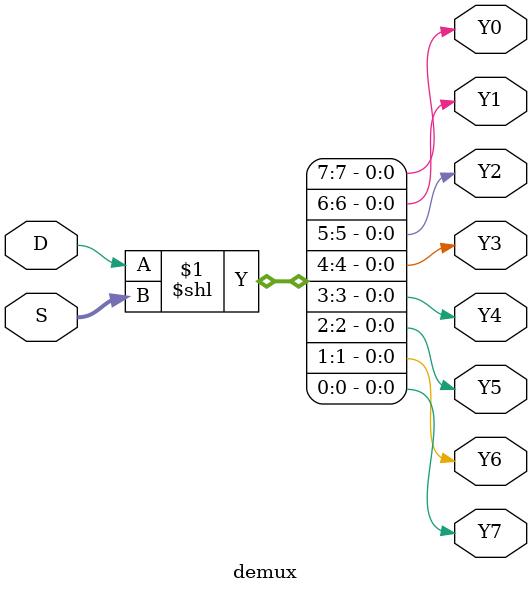
<source format=v>
module demux(D, S, Y0,Y1,Y2,Y3,Y4,Y5,Y6,Y7);
input D;
input [2:0] S;
output Y0,Y1,Y2,Y3,Y4,Y5,Y6,Y7;
assign {Y0,Y1,Y2,Y3,Y4,Y5,Y6,Y7} = D << S;
endmodule

</source>
